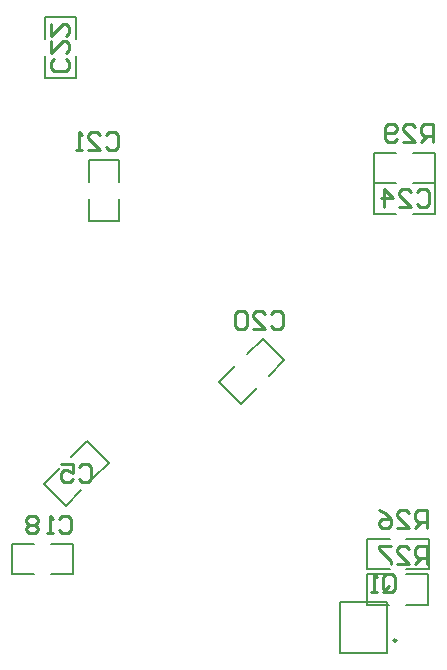
<source format=gbo>
%FSLAX43Y43*%
%MOMM*%
G71*
G01*
G75*
%ADD10C,0.300*%
%ADD11O,2.000X1.000*%
%ADD12R,2.000X1.000*%
%ADD13R,1.800X1.600*%
%ADD14R,1.600X1.800*%
%ADD15R,0.600X2.150*%
%ADD16R,0.600X2.150*%
%ADD17R,1.450X0.550*%
%ADD18R,1.450X0.550*%
%ADD19R,0.600X2.200*%
%ADD20R,0.600X2.200*%
%ADD21R,0.600X1.700*%
%ADD22R,0.600X1.700*%
%ADD23C,0.125*%
%ADD24C,0.500*%
%ADD25C,0.400*%
%ADD26R,1.400X1.400*%
%ADD27C,1.400*%
%ADD28C,4.000*%
%ADD29C,2.000*%
%ADD30C,1.500*%
%ADD31R,1.500X1.500*%
%ADD32R,1.300X1.300*%
%ADD33C,1.300*%
%ADD34C,1.200*%
%ADD35C,1.270*%
%ADD36R,0.850X1.300*%
%ADD37C,0.600*%
%ADD38C,0.200*%
%ADD39C,0.250*%
%ADD40C,0.254*%
D38*
X41298Y9323D02*
X45298D01*
Y13623D01*
X41298D02*
X45298D01*
X41298Y9323D02*
Y13623D01*
X43587Y13393D02*
Y15993D01*
X48787Y13393D02*
Y15993D01*
X46887Y13393D02*
X48787D01*
X46887Y15993D02*
X48787D01*
X43587Y13393D02*
X45487D01*
X43587Y15993D02*
X45487D01*
X48813Y16382D02*
Y18982D01*
X43613Y16382D02*
Y18982D01*
X45513D01*
X43613Y16382D02*
X45513D01*
X46913Y18982D02*
X48813D01*
X46913Y16382D02*
X48813D01*
X18713Y15957D02*
Y18557D01*
X13513Y15957D02*
Y18557D01*
X15413D01*
X13513Y15957D02*
X15413D01*
X16813Y18557D02*
X18713D01*
X16813Y15957D02*
X18713D01*
X20395Y24091D02*
X21739Y25434D01*
X18557Y25929D02*
X19900Y27273D01*
X18062Y21757D02*
X19405Y23101D01*
X16223Y23596D02*
X17567Y24939D01*
X16223Y23596D02*
X18062Y21757D01*
X19900Y27273D02*
X21739Y25434D01*
X18918Y61288D02*
Y63188D01*
X16318Y61288D02*
Y63188D01*
X18918Y57988D02*
Y59888D01*
X16318Y57988D02*
Y59888D01*
Y57988D02*
X18918D01*
X16318Y63188D02*
X18918D01*
X35251Y32747D02*
X36594Y34090D01*
X33412Y34585D02*
X34756Y35929D01*
X32917Y30413D02*
X34261Y31757D01*
X31079Y32252D02*
X32422Y33595D01*
X31079Y32252D02*
X32917Y30413D01*
X34756Y35929D02*
X36594Y34090D01*
X22618Y49163D02*
Y51063D01*
X20018Y49163D02*
Y51063D01*
X22618Y45863D02*
Y47763D01*
X20018Y45863D02*
Y47763D01*
Y45863D02*
X22618D01*
X20018Y51063D02*
X22618D01*
X47438Y49082D02*
X49338D01*
X47438Y51682D02*
X49338Y51682D01*
X44138Y49082D02*
X46038D01*
X44138Y51682D02*
X46038D01*
X44138Y49082D02*
Y51682D01*
X49338Y49082D02*
Y51682D01*
X44162Y49093D02*
X46062D01*
X44162Y46493D02*
X46062Y46493D01*
X47462Y49093D02*
X49362D01*
X47462Y46493D02*
X49362D01*
Y49093D01*
X44162Y46493D02*
Y49093D01*
D39*
X46073Y10373D02*
G03*
X46073Y10373I-125J0D01*
G01*
D40*
X19231Y25031D02*
X19485Y25285D01*
X19992D01*
X20246Y25031D01*
Y24016D01*
X19992Y23762D01*
X19485D01*
X19231Y24016D01*
X17707Y25285D02*
X18723D01*
Y24523D01*
X18215Y24777D01*
X17961D01*
X17707Y24523D01*
Y24016D01*
X17961Y23762D01*
X18469D01*
X18723Y24016D01*
X17540Y20697D02*
X17793Y20951D01*
X18301D01*
X18555Y20697D01*
Y19682D01*
X18301Y19428D01*
X17793D01*
X17540Y19682D01*
X17032Y19428D02*
X16524D01*
X16778D01*
Y20951D01*
X17032Y20697D01*
X15762D02*
X15508Y20951D01*
X15000D01*
X14746Y20697D01*
Y20443D01*
X15000Y20189D01*
X14746Y19935D01*
Y19682D01*
X15000Y19428D01*
X15508D01*
X15762Y19682D01*
Y19935D01*
X15508Y20189D01*
X15762Y20443D01*
Y20697D01*
X15508Y20189D02*
X15000D01*
X44937Y14735D02*
Y15751D01*
X45191Y16005D01*
X45699D01*
X45953Y15751D01*
Y14735D01*
X45699Y14481D01*
X45191D01*
X45445Y14989D02*
X44937Y14481D01*
X45191D02*
X44937Y14735D01*
X44429Y14481D02*
X43921D01*
X44175D01*
Y16005D01*
X44429Y15751D01*
X48646Y19853D02*
Y21376D01*
X47884D01*
X47630Y21122D01*
Y20614D01*
X47884Y20360D01*
X48646D01*
X48138D02*
X47630Y19853D01*
X46107D02*
X47122D01*
X46107Y20868D01*
Y21122D01*
X46361Y21376D01*
X46869D01*
X47122Y21122D01*
X44583Y21376D02*
X45091Y21122D01*
X45599Y20614D01*
Y20107D01*
X45345Y19853D01*
X44837D01*
X44583Y20107D01*
Y20360D01*
X44837Y20614D01*
X45599D01*
X48646Y16863D02*
Y18386D01*
X47884D01*
X47630Y18132D01*
Y17625D01*
X47884Y17371D01*
X48646D01*
X48138D02*
X47630Y16863D01*
X46107D02*
X47122D01*
X46107Y17878D01*
Y18132D01*
X46361Y18386D01*
X46869D01*
X47122Y18132D01*
X45599Y18386D02*
X44583D01*
Y18132D01*
X45599Y17117D01*
Y16863D01*
X35428Y38051D02*
X35682Y38305D01*
X36190D01*
X36444Y38051D01*
Y37035D01*
X36190Y36781D01*
X35682D01*
X35428Y37035D01*
X33905Y36781D02*
X34920D01*
X33905Y37797D01*
Y38051D01*
X34159Y38305D01*
X34666D01*
X34920Y38051D01*
X33397D02*
X33143Y38305D01*
X32635D01*
X32381Y38051D01*
Y37035D01*
X32635Y36781D01*
X33143D01*
X33397Y37035D01*
Y38051D01*
X21460Y53192D02*
X21714Y53446D01*
X22222D01*
X22476Y53192D01*
Y52176D01*
X22222Y51922D01*
X21714D01*
X21460Y52176D01*
X19936Y51922D02*
X20952D01*
X19936Y52938D01*
Y53192D01*
X20190Y53446D01*
X20698D01*
X20952Y53192D01*
X19429Y51922D02*
X18921D01*
X19175D01*
Y53446D01*
X19429Y53192D01*
X18119Y59560D02*
X18373Y59306D01*
Y58798D01*
X18119Y58544D01*
X17103D01*
X16849Y58798D01*
Y59306D01*
X17103Y59560D01*
X16849Y61084D02*
Y60068D01*
X17865Y61084D01*
X18119D01*
X18373Y60830D01*
Y60322D01*
X18119Y60068D01*
X16849Y62607D02*
Y61591D01*
X17865Y62607D01*
X18119D01*
X18373Y62353D01*
Y61845D01*
X18119Y61591D01*
X47782Y48303D02*
X48036Y48557D01*
X48544D01*
X48798Y48303D01*
Y47287D01*
X48544Y47033D01*
X48036D01*
X47782Y47287D01*
X46259Y47033D02*
X47274D01*
X46259Y48049D01*
Y48303D01*
X46513Y48557D01*
X47020D01*
X47274Y48303D01*
X44989Y47033D02*
Y48557D01*
X45751Y47795D01*
X44735D01*
X49184Y52556D02*
Y54079D01*
X48423D01*
X48169Y53825D01*
Y53317D01*
X48423Y53063D01*
X49184D01*
X48677D02*
X48169Y52556D01*
X46645D02*
X47661D01*
X46645Y53571D01*
Y53825D01*
X46899Y54079D01*
X47407D01*
X47661Y53825D01*
X46137Y52810D02*
X45883Y52556D01*
X45376D01*
X45122Y52810D01*
Y53825D01*
X45376Y54079D01*
X45883D01*
X46137Y53825D01*
Y53571D01*
X45883Y53317D01*
X45122D01*
M02*

</source>
